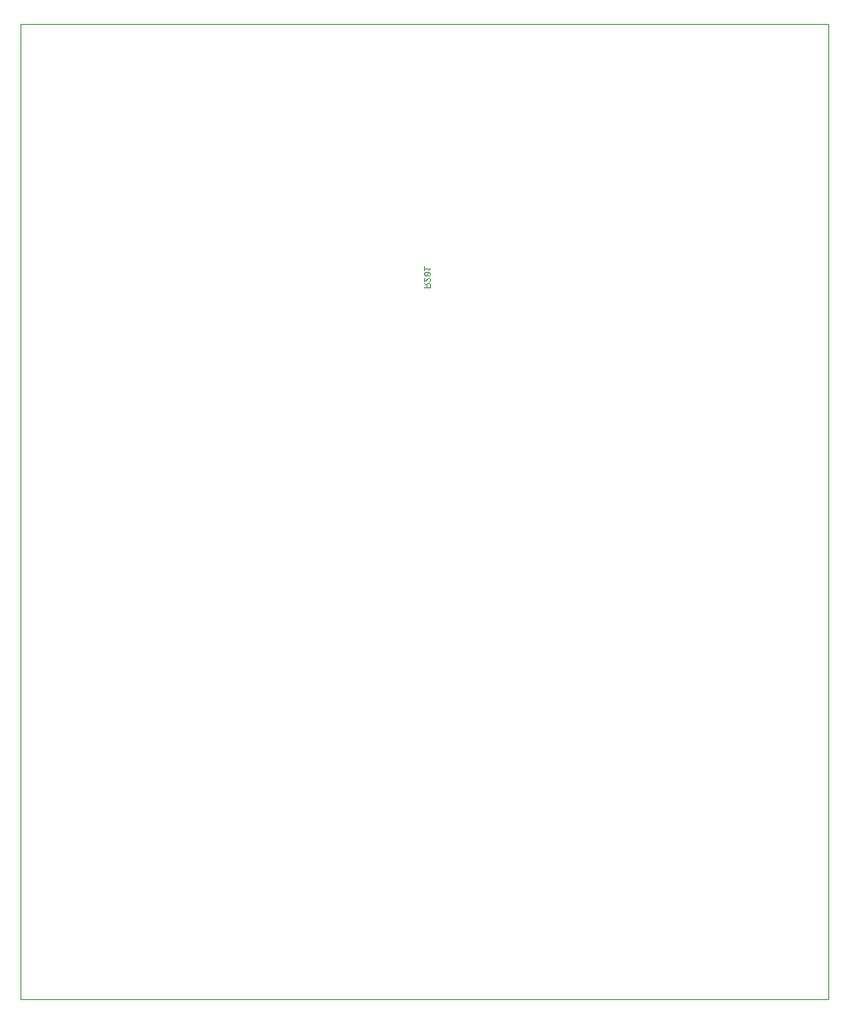
<source format=gbo>
G75*
%MOIN*%
%OFA0B0*%
%FSLAX25Y25*%
%IPPOS*%
%LPD*%
%AMOC8*
5,1,8,0,0,1.08239X$1,22.5*
%
%ADD10C,0.00000*%
%ADD11C,0.00200*%
D10*
X0038933Y0038933D02*
X0038933Y0418933D01*
X0353933Y0418933D01*
X0353933Y0038933D01*
X0038933Y0038933D01*
D11*
X0196533Y0316533D02*
X0198735Y0316533D01*
X0198735Y0317634D01*
X0198368Y0318001D01*
X0197634Y0318001D01*
X0197267Y0317634D01*
X0197267Y0316533D01*
X0197267Y0317267D02*
X0196533Y0318001D01*
X0196533Y0318743D02*
X0198001Y0320211D01*
X0198368Y0320211D01*
X0198735Y0319844D01*
X0198735Y0319110D01*
X0198368Y0318743D01*
X0196533Y0318743D02*
X0196533Y0320211D01*
X0196900Y0320953D02*
X0198368Y0322421D01*
X0196900Y0322421D01*
X0196533Y0322054D01*
X0196533Y0321320D01*
X0196900Y0320953D01*
X0198368Y0320953D01*
X0198735Y0321320D01*
X0198735Y0322054D01*
X0198368Y0322421D01*
X0198001Y0323163D02*
X0198735Y0323897D01*
X0196533Y0323897D01*
X0196533Y0323163D02*
X0196533Y0324631D01*
M02*

</source>
